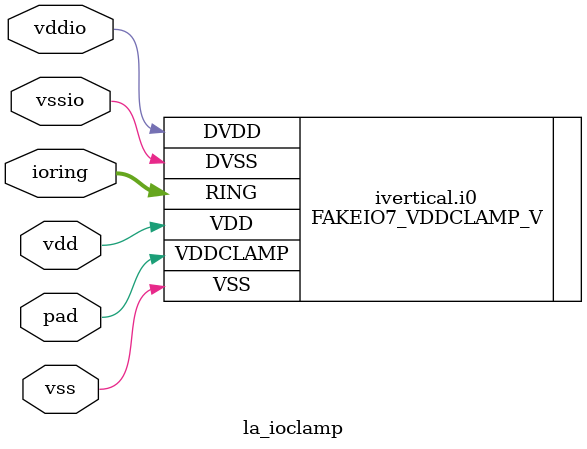
<source format=v>
/*****************************************************************************
 * Function: ESD Clamp IO cell
 * Copyright: Lambda Project Authors. All rights Reserved.
 * License:  MIT (see LICENSE file in Lambda repository)
 *
 * Docs:
 *
 * ../README.md
 *
 ****************************************************************************/
module la_ioclamp #(
    parameter PROP  = "DEFAULT",  // cell property
    parameter SIDE  = "NO",       // "NO", "SO", "EA", "WE"
    parameter RINGW = 8           // width of io ring
) (  // io pad signals
    input             pad,
    inout             vdd,       // core supply
    inout             vss,       // core ground
    inout             vddio,     // io supply
    inout             vssio,     // io ground
    inout [RINGW-1:0] ioring     // generic io ring interface
);

  generate
    if (SIDE == "NO" | SIDE == "SO") begin : ivertical
      FAKEIO7_VDDCLAMP_V i0 (
          .DVDD(vddio),
          .DVSS(vssio),
          .VDDCLAMP(pad),
          .VDD(vdd),
          .VSS(vss),
          .RING(ioring)
      );
    end else begin : ihorizontal
      FAKEIO7_VDDCLAMP_H i0 (
          .DVDD(vddio),
          .DVSS(vssio),
          .VDDCLAMP(pad),
          .VDD(vdd),
          .VSS(vss),
          .RING(ioring)
      );
    end
  endgenerate

endmodule

</source>
